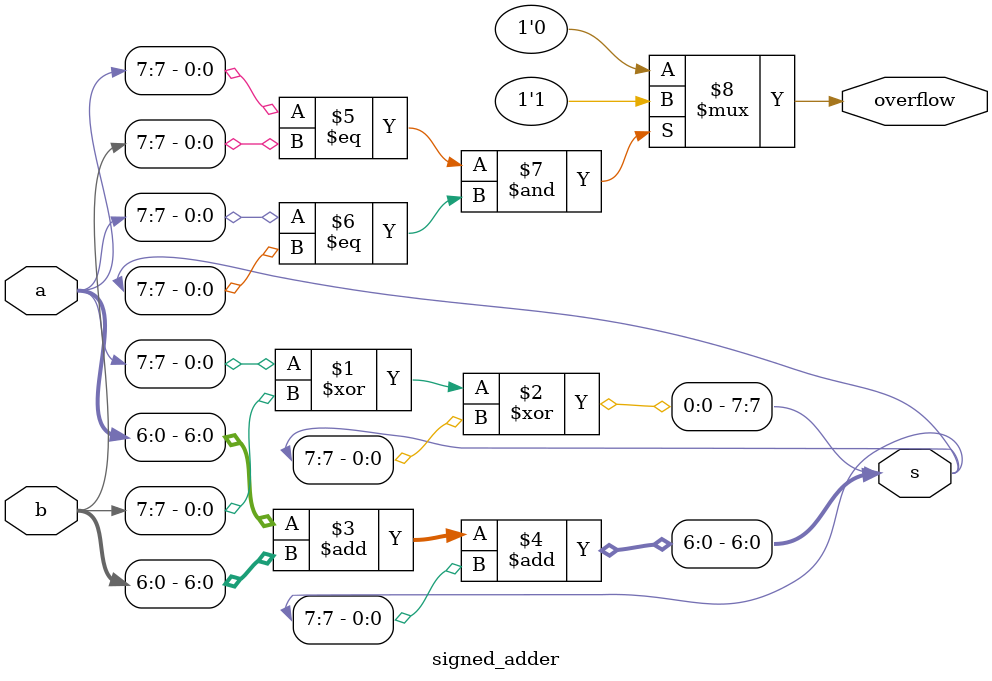
<source format=v>

module signed_adder(input [7:0] a,
    input [7:0] b,
    output [7:0] s,
    output overflow
); 

// The numbers a and b are added to the output s. 
// assign the occurence of the signed overflow of a and b to the output overflow.
// a signed overflow occurs if the most significant bits of a and b are low and the most significant bit of s is high
// a signed overflow may also occur if the most significant bits of a and b are high and the most significant bit of s is low


assign s[7] = a[7] ^ b[7] ^ s[7];
assign s[6:0] = a[6:0] + b[6:0] + s[7];
assign overflow = (a[7] == b[7]) & (a[7] == s[7]) ? 1'b1 : 1'b0;

endmodule

</source>
